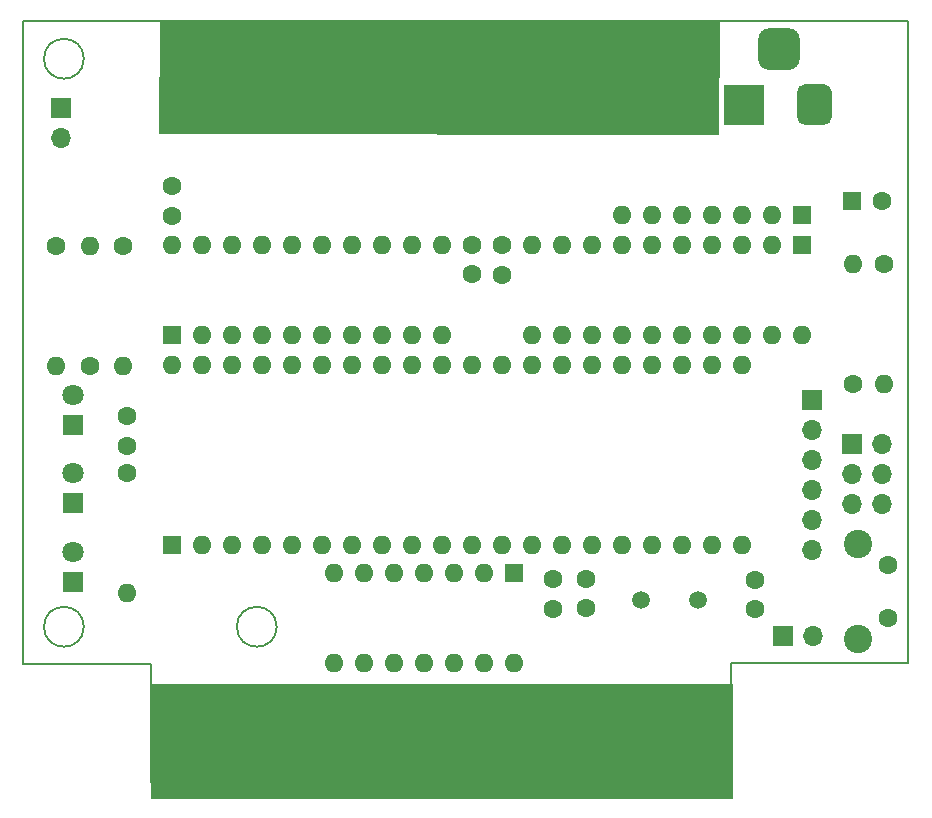
<source format=gts>
G04 #@! TF.GenerationSoftware,KiCad,Pcbnew,(5.1.9)-1*
G04 #@! TF.CreationDate,2021-05-14T21:12:05-04:00*
G04 #@! TF.ProjectId,CBM-SD,43424d2d-5344-42e6-9b69-6361645f7063,rev?*
G04 #@! TF.SameCoordinates,Original*
G04 #@! TF.FileFunction,Soldermask,Top*
G04 #@! TF.FilePolarity,Negative*
%FSLAX46Y46*%
G04 Gerber Fmt 4.6, Leading zero omitted, Abs format (unit mm)*
G04 Created by KiCad (PCBNEW (5.1.9)-1) date 2021-05-14 21:12:05*
%MOMM*%
%LPD*%
G01*
G04 APERTURE LIST*
G04 #@! TA.AperFunction,Profile*
%ADD10C,0.200660*%
G04 #@! TD*
%ADD11C,0.100000*%
%ADD12O,1.600000X1.600000*%
%ADD13R,1.600000X1.600000*%
%ADD14O,1.700000X1.700000*%
%ADD15R,1.700000X1.700000*%
%ADD16C,1.600000*%
%ADD17C,2.400000*%
%ADD18R,3.500000X3.500000*%
%ADD19C,1.800000*%
%ADD20R,1.800000X1.800000*%
%ADD21C,1.500000*%
%ADD22O,2.410000X8.760000*%
G04 APERTURE END LIST*
D10*
X122337228Y-69011800D02*
G75*
G03*
X122337228Y-69011800I-1687228J0D01*
G01*
X122337228Y-117104827D02*
G75*
G03*
X122337228Y-117104827I-1687228J0D01*
G01*
X192151000Y-120142000D02*
X181165500Y-120142000D01*
X192151000Y-65786000D02*
X117221000Y-65786000D01*
X117221000Y-120230900D02*
X117221000Y-65786000D01*
X128003300Y-120230900D02*
X117221000Y-120230900D01*
X128003300Y-130035300D02*
X128003300Y-120230900D01*
X138669428Y-117106700D02*
G75*
G03*
X138669428Y-117106700I-1687228J0D01*
G01*
X177152300Y-120142000D02*
X177152300Y-120192800D01*
X181165500Y-120142000D02*
X177152300Y-120142000D01*
X192151000Y-114109500D02*
X192151000Y-120142000D01*
D11*
G36*
X177215800Y-131597400D02*
G01*
X128003300Y-131597400D01*
X127939800Y-121945400D01*
X177215800Y-121945400D01*
X177215800Y-131597400D01*
G37*
X177215800Y-131597400D02*
X128003300Y-131597400D01*
X127939800Y-121945400D01*
X177215800Y-121945400D01*
X177215800Y-131597400D01*
G36*
X176117250Y-65862200D02*
G01*
X176002950Y-75361800D01*
X128739900Y-75298300D01*
X128790700Y-65798700D01*
X176117250Y-65862200D01*
G37*
X176117250Y-65862200D02*
X176002950Y-75361800D01*
X128739900Y-75298300D01*
X128790700Y-65798700D01*
X176117250Y-65862200D01*
D10*
X177152300Y-130035300D02*
X177152300Y-120192800D01*
X166674800Y-131432300D02*
X175755300Y-131432300D01*
X138925300Y-131432300D02*
X162801300Y-131432300D01*
X129400300Y-131432300D02*
X135051800Y-131432300D01*
X136448800Y-122415300D02*
X136448800Y-130035300D01*
X137528300Y-130035300D02*
X137528300Y-122415300D01*
X164198300Y-122351800D02*
X164198300Y-130035300D01*
X165277800Y-130035300D02*
X165277800Y-122351800D01*
X129400300Y-131432300D02*
G75*
G02*
X128003300Y-130035300I0J1397000D01*
G01*
X136448800Y-130035300D02*
G75*
G02*
X135051800Y-131432300I-1397000J0D01*
G01*
X138925300Y-131432300D02*
G75*
G02*
X137528300Y-130035300I0J1397000D01*
G01*
X164198300Y-130035300D02*
G75*
G02*
X162801300Y-131432300I-1397000J0D01*
G01*
X166674800Y-131432300D02*
G75*
G02*
X165277800Y-130035300I0J1397000D01*
G01*
X177152300Y-130035300D02*
G75*
G02*
X175755300Y-131432300I-1397000J0D01*
G01*
X136448800Y-122415300D02*
X137528300Y-122415300D01*
X165277800Y-122351800D02*
X164198300Y-122351800D01*
X192151000Y-65786000D02*
X192151000Y-114109500D01*
D12*
X129794000Y-94932500D03*
X178054000Y-110172500D03*
X132334000Y-94932500D03*
X175514000Y-110172500D03*
X134874000Y-94932500D03*
X172974000Y-110172500D03*
X137414000Y-94932500D03*
X170434000Y-110172500D03*
X139954000Y-94932500D03*
X167894000Y-110172500D03*
X142494000Y-94932500D03*
X165354000Y-110172500D03*
X145034000Y-94932500D03*
X162814000Y-110172500D03*
X147574000Y-94932500D03*
X160274000Y-110172500D03*
X150114000Y-94932500D03*
X157734000Y-110172500D03*
X152654000Y-94932500D03*
X155194000Y-110172500D03*
X155194000Y-94932500D03*
X152654000Y-110172500D03*
X157734000Y-94932500D03*
X150114000Y-110172500D03*
X160274000Y-94932500D03*
X147574000Y-110172500D03*
X162814000Y-94932500D03*
X145034000Y-110172500D03*
X165354000Y-94932500D03*
X142494000Y-110172500D03*
X167894000Y-94932500D03*
X139954000Y-110172500D03*
X170434000Y-94932500D03*
X137414000Y-110172500D03*
X172974000Y-94932500D03*
X134874000Y-110172500D03*
X175514000Y-94932500D03*
X132334000Y-110172500D03*
X178054000Y-94932500D03*
D13*
X129794000Y-110172500D03*
D14*
X184099200Y-117906800D03*
D15*
X181559200Y-117906800D03*
D16*
X190411100Y-111887000D03*
D17*
X187911740Y-110136940D03*
X187911740Y-118137940D03*
D16*
X190411100Y-116387880D03*
D15*
X187413900Y-101600000D03*
D14*
X189953900Y-101600000D03*
X187413900Y-104140000D03*
X189953900Y-104140000D03*
X187413900Y-106680000D03*
X189953900Y-106680000D03*
D12*
X158750000Y-120142000D03*
X143510000Y-112522000D03*
X156210000Y-120142000D03*
X146050000Y-112522000D03*
X153670000Y-120142000D03*
X148590000Y-112522000D03*
X151130000Y-120142000D03*
X151130000Y-112522000D03*
X148590000Y-120142000D03*
X153670000Y-112522000D03*
X146050000Y-120142000D03*
X156210000Y-112522000D03*
X143510000Y-120142000D03*
D13*
X158750000Y-112522000D03*
D12*
X125996700Y-114236500D03*
D16*
X125996700Y-104076500D03*
D12*
X167894000Y-82232500D03*
X170434000Y-82232500D03*
X172974000Y-82232500D03*
X175514000Y-82232500D03*
X178054000Y-82232500D03*
X180594000Y-82232500D03*
D13*
X183134000Y-82232500D03*
G36*
G01*
X182943700Y-67323000D02*
X182943700Y-69073000D01*
G75*
G02*
X182068700Y-69948000I-875000J0D01*
G01*
X180318700Y-69948000D01*
G75*
G02*
X179443700Y-69073000I0J875000D01*
G01*
X179443700Y-67323000D01*
G75*
G02*
X180318700Y-66448000I875000J0D01*
G01*
X182068700Y-66448000D01*
G75*
G02*
X182943700Y-67323000I0J-875000D01*
G01*
G37*
G36*
G01*
X185693700Y-71898000D02*
X185693700Y-73898000D01*
G75*
G02*
X184943700Y-74648000I-750000J0D01*
G01*
X183443700Y-74648000D01*
G75*
G02*
X182693700Y-73898000I0J750000D01*
G01*
X182693700Y-71898000D01*
G75*
G02*
X183443700Y-71148000I750000J0D01*
G01*
X184943700Y-71148000D01*
G75*
G02*
X185693700Y-71898000I0J-750000D01*
G01*
G37*
D18*
X178193700Y-72898000D03*
D19*
X121462800Y-97497900D03*
D20*
X121462800Y-100037900D03*
D19*
X121450100Y-110782100D03*
D20*
X121450100Y-113322100D03*
D19*
X121450100Y-104076500D03*
D20*
X121450100Y-106616500D03*
D12*
X122872500Y-84836000D03*
D16*
X122872500Y-94996000D03*
D12*
X125691900Y-94996000D03*
D16*
X125691900Y-84836000D03*
D12*
X120015000Y-94996000D03*
D16*
X120015000Y-84836000D03*
D21*
X174361500Y-114808000D03*
X169481500Y-114808000D03*
D16*
X126009400Y-101790500D03*
X126009400Y-99290500D03*
X129819400Y-82319500D03*
X129819400Y-79819500D03*
X157721300Y-84785200D03*
X157721300Y-87285200D03*
X155194000Y-84747100D03*
X155194000Y-87247100D03*
X164846000Y-115555400D03*
X164846000Y-113055400D03*
X162052000Y-115593500D03*
X162052000Y-113093500D03*
X179146200Y-115606200D03*
X179146200Y-113106200D03*
D12*
X187439300Y-86385400D03*
D16*
X187439300Y-96545400D03*
X189901200Y-81051400D03*
D13*
X187401200Y-81051400D03*
D12*
X183134000Y-92392500D03*
X160274000Y-84772500D03*
X180594000Y-92392500D03*
X162814000Y-84772500D03*
X178054000Y-92392500D03*
X165354000Y-84772500D03*
X175514000Y-92392500D03*
X167894000Y-84772500D03*
X172974000Y-92392500D03*
X170434000Y-84772500D03*
X170434000Y-92392500D03*
X172974000Y-84772500D03*
X167894000Y-92392500D03*
X175514000Y-84772500D03*
X165354000Y-92392500D03*
X178054000Y-84772500D03*
X162814000Y-92392500D03*
X180594000Y-84772500D03*
X160274000Y-92392500D03*
D13*
X183134000Y-84772500D03*
D12*
X129794000Y-84772500D03*
X152654000Y-92392500D03*
X132334000Y-84772500D03*
X150114000Y-92392500D03*
X134874000Y-84772500D03*
X147574000Y-92392500D03*
X137414000Y-84772500D03*
X145034000Y-92392500D03*
X139954000Y-84772500D03*
X142494000Y-92392500D03*
X142494000Y-84772500D03*
X139954000Y-92392500D03*
X145034000Y-84772500D03*
X137414000Y-92392500D03*
X147574000Y-84772500D03*
X134874000Y-92392500D03*
X150114000Y-84772500D03*
X132334000Y-92392500D03*
X152654000Y-84772500D03*
D13*
X129794000Y-92392500D03*
D12*
X190093600Y-96532700D03*
D16*
X190093600Y-86372700D03*
D14*
X183997600Y-110591600D03*
X183997600Y-108051600D03*
X183997600Y-105511600D03*
X183997600Y-102971600D03*
X183997600Y-100431600D03*
D15*
X183997600Y-97891600D03*
D22*
X174433500Y-70332600D03*
X170473500Y-70332600D03*
X166513500Y-70332600D03*
X162553500Y-70332600D03*
X158593500Y-70332600D03*
X154633500Y-70332600D03*
X150673500Y-70332600D03*
X146713500Y-70332600D03*
X142753500Y-70332600D03*
X138793500Y-70332600D03*
X134833500Y-70332600D03*
X174433500Y-70332600D03*
X170473500Y-70332600D03*
X166513500Y-70332600D03*
X162553500Y-70332600D03*
X158593500Y-70332600D03*
X154633500Y-70332600D03*
X150673500Y-70332600D03*
X146713500Y-70332600D03*
X142753500Y-70332600D03*
X138793500Y-70332600D03*
X134833500Y-70332600D03*
X130873500Y-70332600D03*
X174612300Y-126923800D03*
X170652300Y-126923800D03*
X166692300Y-126923800D03*
X162732300Y-126923800D03*
X158772300Y-126923800D03*
X154812300Y-126923800D03*
X150852300Y-126923800D03*
X146892300Y-126923800D03*
X142932300Y-126923800D03*
X138972300Y-126923800D03*
X135012300Y-126923800D03*
X174612300Y-126923800D03*
X170652300Y-126923800D03*
X166692300Y-126923800D03*
X162732300Y-126923800D03*
X158772300Y-126923800D03*
X154812300Y-126923800D03*
X150852300Y-126923800D03*
X146892300Y-126923800D03*
X142932300Y-126923800D03*
X138972300Y-126923800D03*
X135012300Y-126923800D03*
X131052300Y-126923800D03*
D14*
X120370600Y-75742800D03*
D15*
X120370600Y-73202800D03*
M02*

</source>
